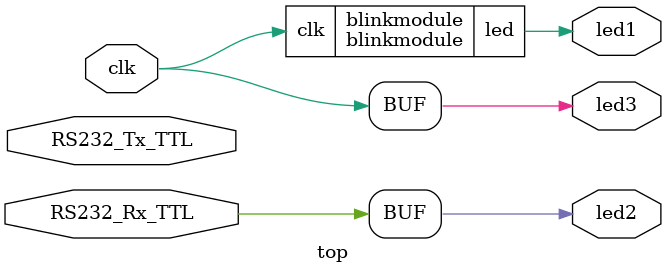
<source format=v>



module blinkmodule (
  input  clk,
  output led
);
  reg [31:0] counter2 = 0;

  always@(posedge clk) begin
    counter2 <= counter2 + 1;
  end
  assign {led} = counter2 >> 23;
endmodule




module top (
  input  clk,

  output led1,
  output led2,
  output led3,

  input RS232_Rx_TTL,
  input RS232_Tx_TTL  
);


  blinkmodule #()
  blinkmodule
    (
    .clk(clk),
    .led(led1)
  );


  assign {led2} = RS232_Rx_TTL;  // it may be permanently getting something...
  assign {led3} = clk ;

endmodule



</source>
